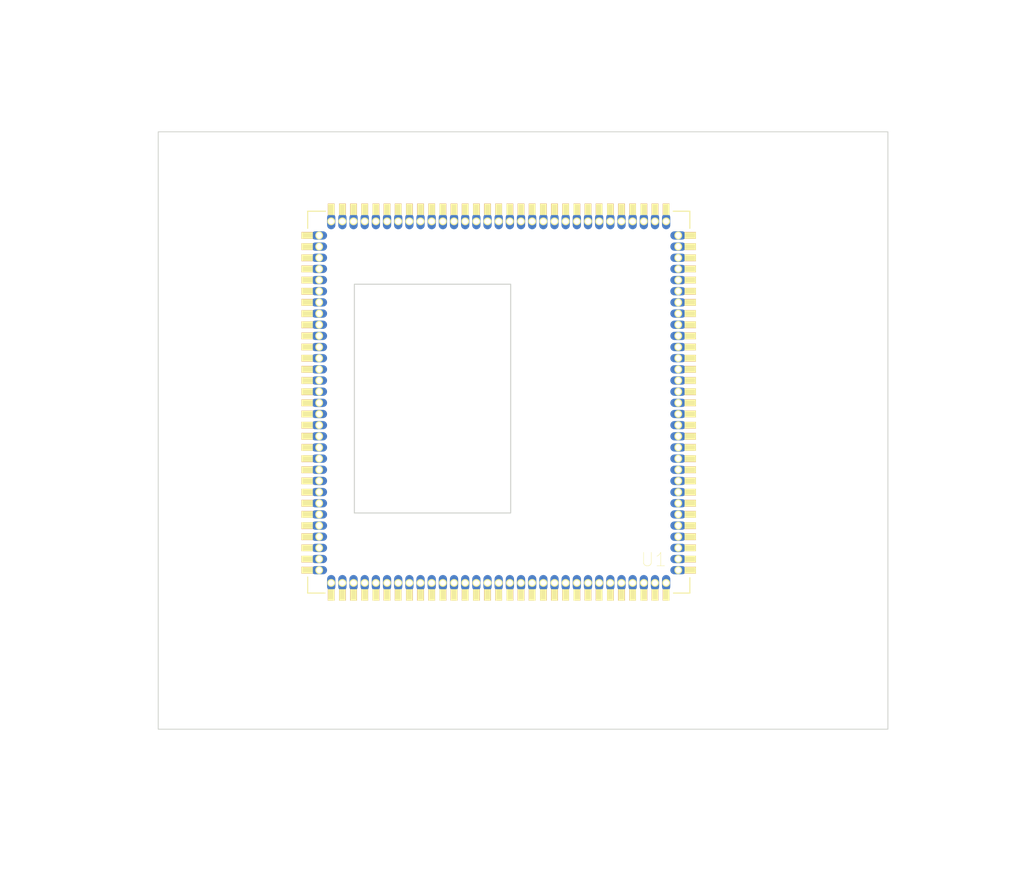
<source format=kicad_pcb>
(kicad_pcb (version 20211014) (generator pcbnew)
  (layers (0 "F.Cu" signal) (31 "B.Cu" signal) (34 "B.Paste" user) (35 "F.Paste" user) (36 "B.SilkS" user "B.Silkscreen") (37 "F.SilkS" user "F.Silkscreen") (38 "B.Mask" user) (39 "F.Mask" user) (44 "Edge.Cuts" user))
  (net 0 "")
  (net 120 "GND")
  (footprint "ac608:Core-124pin" (layer "F.Cu") (at 129 99)
    (fp_text reference "U1" (at 39.37 -3.81) (layer "F.SilkS") (effects (font (size 1.524 1.524) (thickness 0.05))))
    (fp_text value "AC608" hide)
    (fp_rect (start 5.311 -9.116) (end 23.091 -35.151) (layer "Edge.Cuts") (width 0.12) (fill none))
    (pad "1" thru_hole circle (at 2.6785 -1.1563) (size 0.889 0.889) (drill 0.635) (layers *.Cu "F.SilkS" "F.Mask"))
    (pad "1" smd rect (at 2.6785 -0.619297 180) (size 0.5 0.5) (layers "F.Cu"))
    (pad "1" smd oval (at 2.6785 -1.1563 270) (size 1.8 0.9398) (layers "B.Cu" "B.Mask"))
    (pad "1" smd rect (at 2.6785 0.2135 180) (size 0.76 1.3) (layers "F.Cu" "F.Paste" "F.SilkS" "F.Mask"))
    (pad "2" smd rect (at 3.9485 0.2135 180) (size 0.76 1.3) (layers "F.Cu" "F.Paste" "F.SilkS" "F.Mask"))
    (pad "2" smd rect (at 3.9485 -0.619297 180) (size 0.5 0.5) (layers "F.Cu"))
    (pad "2" smd oval (at 3.9485 -1.1563 270) (size 1.8 0.9398) (layers "B.Cu" "B.Mask"))
    (pad "2" thru_hole circle (at 3.9485 -1.1563) (size 0.889 0.889) (drill 0.635) (layers *.Cu "F.SilkS" "F.Mask"))
    (pad "3" smd oval (at 5.2185 -1.1563 270) (size 1.8 0.9398) (layers "B.Cu" "B.Mask"))
    (pad "3" thru_hole circle (at 5.2185 -1.1563) (size 0.889 0.889) (drill 0.635) (layers *.Cu "F.SilkS" "F.Mask"))
    (pad "3" smd rect (at 5.2185 -0.619297 180) (size 0.5 0.5) (layers "F.Cu"))
    (pad "3" smd rect (at 5.2185 0.2135 180) (size 0.76 1.3) (layers "F.Cu" "F.Paste" "F.SilkS" "F.Mask"))
    (pad "4" smd oval (at 6.4885 -1.1563 270) (size 1.8 0.9398) (layers "B.Cu" "B.Mask"))
    (pad "4" thru_hole circle (at 6.4885 -1.1563) (size 0.889 0.889) (drill 0.635) (layers *.Cu "F.SilkS" "F.Mask"))
    (pad "4" smd rect (at 6.4885 -0.619297 180) (size 0.5 0.5) (layers "F.Cu"))
    (pad "4" smd rect (at 6.4885 0.2135 180) (size 0.76 1.3) (layers "F.Cu" "F.Paste" "F.SilkS" "F.Mask"))
    (pad "5" smd rect (at 7.7585 0.2135 180) (size 0.76 1.3) (layers "F.Cu" "F.Paste" "F.SilkS" "F.Mask"))
    (pad "5" smd oval (at 7.7585 -1.1563 270) (size 1.8 0.9398) (layers "B.Cu" "B.Mask"))
    (pad "5" thru_hole circle (at 7.7585 -1.1563) (size 0.889 0.889) (drill 0.635) (layers *.Cu "F.SilkS" "F.Mask"))
    (pad "5" smd rect (at 7.7585 -0.619297 180) (size 0.5 0.5) (layers "F.Cu"))
    (pad "6" thru_hole circle (at 9.0285 -1.1563) (size 0.889 0.889) (drill 0.635) (layers *.Cu "F.SilkS" "F.Mask"))
    (pad "6" smd rect (at 9.0285 -0.619297 180) (size 0.5 0.5) (layers "F.Cu"))
    (pad "6" smd rect (at 9.0285 0.2135 180) (size 0.76 1.3) (layers "F.Cu" "F.Paste" "F.SilkS" "F.Mask"))
    (pad "6" smd oval (at 9.0285 -1.1563 270) (size 1.8 0.9398) (layers "B.Cu" "B.Mask"))
    (pad "7" thru_hole circle (at 10.2985 -1.1563) (size 0.889 0.889) (drill 0.635) (layers *.Cu "F.SilkS" "F.Mask"))
    (pad "7" smd rect (at 10.2985 0.2135 180) (size 0.76 1.3) (layers "F.Cu" "F.Paste" "F.SilkS" "F.Mask"))
    (pad "7" smd rect (at 10.2985 -0.619297 180) (size 0.5 0.5) (layers "F.Cu"))
    (pad "7" smd oval (at 10.2985 -1.1563 270) (size 1.8 0.9398) (layers "B.Cu" "B.Mask"))
    (pad "8" smd rect (at 11.5685 -0.619297 180) (size 0.5 0.5) (layers "F.Cu"))
    (pad "8" smd oval (at 11.5685 -1.1563 270) (size 1.8 0.9398) (layers "B.Cu" "B.Mask"))
    (pad "8" smd rect (at 11.5685 0.2135 180) (size 0.76 1.3) (layers "F.Cu" "F.Paste" "F.SilkS" "F.Mask"))
    (pad "8" thru_hole circle (at 11.5685 -1.1563) (size 0.889 0.889) (drill 0.635) (layers *.Cu "F.SilkS" "F.Mask"))
    (pad "9" smd rect (at 12.8385 0.2135 180) (size 0.76 1.3) (layers "F.Cu" "F.Paste" "F.SilkS" "F.Mask"))
    (pad "9" smd rect (at 12.8385 -0.619297 180) (size 0.5 0.5) (layers "F.Cu"))
    (pad "9" smd oval (at 12.8385 -1.1563 270) (size 1.8 0.9398) (layers "B.Cu" "B.Mask"))
    (pad "9" thru_hole circle (at 12.8385 -1.1563) (size 0.889 0.889) (drill 0.635) (layers *.Cu "F.SilkS" "F.Mask"))
    (pad "10" thru_hole circle (at 14.1085 -1.1563) (size 0.889 0.889) (drill 0.635) (layers *.Cu "F.SilkS" "F.Mask"))
    (pad "10" smd oval (at 14.1085 -1.1563 270) (size 1.8 0.9398) (layers "B.Cu" "B.Mask"))
    (pad "10" smd rect (at 14.1085 -0.619297 180) (size 0.5 0.5) (layers "F.Cu"))
    (pad "10" smd rect (at 14.1085 0.2135 180) (size 0.76 1.3) (layers "F.Cu" "F.Paste" "F.SilkS" "F.Mask"))
    (pad "11" smd rect (at 15.3785 -0.619297 180) (size 0.5 0.5) (layers "F.Cu"))
    (pad "11" smd oval (at 15.3785 -1.1563 270) (size 1.8 0.9398) (layers "B.Cu" "B.Mask"))
    (pad "11" smd rect (at 15.3785 0.2135 180) (size 0.76 1.3) (layers "F.Cu" "F.Paste" "F.SilkS" "F.Mask"))
    (pad "11" thru_hole circle (at 15.3785 -1.1563) (size 0.889 0.889) (drill 0.635) (layers *.Cu "F.SilkS" "F.Mask"))
    (pad "12" smd rect (at 16.6485 0.2135 180) (size 0.76 1.3) (layers "F.Cu" "F.Paste" "F.SilkS" "F.Mask"))
    (pad "12" smd oval (at 16.6485 -1.1563 270) (size 1.8 0.9398) (layers "B.Cu" "B.Mask"))
    (pad "12" smd rect (at 16.6485 -0.619297 180) (size 0.5 0.5) (layers "F.Cu"))
    (pad "12" thru_hole circle (at 16.6485 -1.1563) (size 0.889 0.889) (drill 0.635) (layers *.Cu "F.SilkS" "F.Mask"))
    (pad "13" thru_hole circle (at 17.9185 -1.1563) (size 0.889 0.889) (drill 0.635) (layers *.Cu "F.SilkS" "F.Mask"))
    (pad "13" smd rect (at 17.9185 -0.619297 180) (size 0.5 0.5) (layers "F.Cu"))
    (pad "13" smd rect (at 17.9185 0.2135 180) (size 0.76 1.3) (layers "F.Cu" "F.Paste" "F.SilkS" "F.Mask"))
    (pad "13" smd oval (at 17.9185 -1.1563 270) (size 1.8 0.9398) (layers "B.Cu" "B.Mask"))
    (pad "14" thru_hole circle (at 19.1885 -1.1563) (size 0.889 0.889) (drill 0.635) (layers *.Cu "F.SilkS" "F.Mask"))
    (pad "14" smd rect (at 19.1885 0.2135 180) (size 0.76 1.3) (layers "F.Cu" "F.Paste" "F.SilkS" "F.Mask"))
    (pad "14" smd rect (at 19.1885 -0.619297 180) (size 0.5 0.5) (layers "F.Cu"))
    (pad "14" smd oval (at 19.1885 -1.1563 270) (size 1.8 0.9398) (layers "B.Cu" "B.Mask"))
    (pad "15" smd rect (at 20.4585 -0.619297 180) (size 0.5 0.5) (layers "F.Cu") (net 120 "GND"))
    (pad "15" thru_hole circle (at 20.4585 -1.1563) (size 0.889 0.889) (drill 0.635) (layers *.Cu "F.SilkS" "F.Mask") (net 120 "GND"))
    (pad "15" smd oval (at 20.4585 -1.1563 270) (size 1.8 0.9398) (layers "B.Cu" "B.Mask") (net 120 "GND"))
    (pad "15" smd rect (at 20.4585 0.2135 180) (size 0.76 1.3) (layers "F.Cu" "F.Paste" "F.SilkS" "F.Mask") (net 120 "GND"))
    (pad "16" smd rect (at 21.7285 0.2135 180) (size 0.76 1.3) (layers "F.Cu" "F.Paste" "F.SilkS" "F.Mask"))
    (pad "16" thru_hole circle (at 21.7285 -1.1563) (size 0.889 0.889) (drill 0.635) (layers *.Cu "F.SilkS" "F.Mask"))
    (pad "16" smd oval (at 21.7285 -1.1563 270) (size 1.8 0.9398) (layers "B.Cu" "B.Mask"))
    (pad "16" smd rect (at 21.7285 -0.619297 180) (size 0.5 0.5) (layers "F.Cu"))
    (pad "17" smd rect (at 22.9985 -0.619297 180) (size 0.5 0.5) (layers "F.Cu"))
    (pad "17" thru_hole circle (at 22.9985 -1.1563) (size 0.889 0.889) (drill 0.635) (layers *.Cu "F.SilkS" "F.Mask"))
    (pad "17" smd oval (at 22.9985 -1.1563 270) (size 1.8 0.9398) (layers "B.Cu" "B.Mask"))
    (pad "17" smd rect (at 22.9985 0.2135 180) (size 0.76 1.3) (layers "F.Cu" "F.Paste" "F.SilkS" "F.Mask"))
    (pad "18" smd oval (at 24.2685 -1.1563 270) (size 1.8 0.9398) (layers "B.Cu" "B.Mask"))
    (pad "18" smd rect (at 24.2685 0.2135 180) (size 0.76 1.3) (layers "F.Cu" "F.Paste" "F.SilkS" "F.Mask"))
    (pad "18" smd rect (at 24.2685 -0.619297 180) (size 0.5 0.5) (layers "F.Cu"))
    (pad "18" thru_hole circle (at 24.2685 -1.1563) (size 0.889 0.889) (drill 0.635) (layers *.Cu "F.SilkS" "F.Mask"))
    (pad "19" smd oval (at 25.5385 -1.1563 270) (size 1.8 0.9398) (layers "B.Cu" "B.Mask"))
    (pad "19" smd rect (at 25.5385 0.2135 180) (size 0.76 1.3) (layers "F.Cu" "F.Paste" "F.SilkS" "F.Mask"))
    (pad "19" smd rect (at 25.5385 -0.619297 180) (size 0.5 0.5) (layers "F.Cu"))
    (pad "19" thru_hole circle (at 25.5385 -1.1563) (size 0.889 0.889) (drill 0.635) (layers *.Cu "F.SilkS" "F.Mask"))
    (pad "20" smd rect (at 26.8085 0.2135 180) (size 0.76 1.3) (layers "F.Cu" "F.Paste" "F.SilkS" "F.Mask"))
    (pad "20" smd rect (at 26.8085 -0.619297 180) (size 0.5 0.5) (layers "F.Cu"))
    (pad "20" thru_hole circle (at 26.8085 -1.1563) (size 0.889 0.889) (drill 0.635) (layers *.Cu "F.SilkS" "F.Mask"))
    (pad "20" smd oval (at 26.8085 -1.1563 270) (size 1.8 0.9398) (layers "B.Cu" "B.Mask"))
    (pad "21" thru_hole circle (at 28.0785 -1.1563) (size 0.889 0.889) (drill 0.635) (layers *.Cu "F.SilkS" "F.Mask"))
    (pad "21" smd oval (at 28.0785 -1.1563 270) (size 1.8 0.9398) (layers "B.Cu" "B.Mask"))
    (pad "21" smd rect (at 28.0785 0.2135 180) (size 0.76 1.3) (layers "F.Cu" "F.Paste" "F.SilkS" "F.Mask"))
    (pad "21" smd rect (at 28.0785 -0.619297 180) (size 0.5 0.5) (layers "F.Cu"))
    (pad "22" smd oval (at 29.3485 -1.1563 270) (size 1.8 0.9398) (layers "B.Cu" "B.Mask"))
    (pad "22" smd rect (at 29.3485 0.2135 180) (size 0.76 1.3) (layers "F.Cu" "F.Paste" "F.SilkS" "F.Mask"))
    (pad "22" thru_hole circle (at 29.3485 -1.1563) (size 0.889 0.889) (drill 0.635) (layers *.Cu "F.SilkS" "F.Mask"))
    (pad "22" smd rect (at 29.3485 -0.619297 180) (size 0.5 0.5) (layers "F.Cu"))
    (pad "23" smd rect (at 30.6185 0.2135 180) (size 0.76 1.3) (layers "F.Cu" "F.Paste" "F.SilkS" "F.Mask"))
    (pad "23" smd oval (at 30.6185 -1.1563 270) (size 1.8 0.9398) (layers "B.Cu" "B.Mask"))
    (pad "23" thru_hole circle (at 30.6185 -1.1563) (size 0.889 0.889) (drill 0.635) (layers *.Cu "F.SilkS" "F.Mask"))
    (pad "23" smd rect (at 30.6185 -0.619297 180) (size 0.5 0.5) (layers "F.Cu"))
    (pad "24" smd oval (at 31.8885 -1.1563 270) (size 1.8 0.9398) (layers "B.Cu" "B.Mask"))
    (pad "24" thru_hole circle (at 31.8885 -1.1563) (size 0.889 0.889) (drill 0.635) (layers *.Cu "F.SilkS" "F.Mask"))
    (pad "24" smd rect (at 31.8885 -0.619297 180) (size 0.5 0.5) (layers "F.Cu"))
    (pad "24" smd rect (at 31.8885 0.2135 180) (size 0.76 1.3) (layers "F.Cu" "F.Paste" "F.SilkS" "F.Mask"))
    (pad "25" smd rect (at 33.1585 0.2135 180) (size 0.76 1.3) (layers "F.Cu" "F.Paste" "F.SilkS" "F.Mask"))
    (pad "25" thru_hole circle (at 33.1585 -1.1563) (size 0.889 0.889) (drill 0.635) (layers *.Cu "F.SilkS" "F.Mask"))
    (pad "25" smd rect (at 33.1585 -0.619297 180) (size 0.5 0.5) (layers "F.Cu"))
    (pad "25" smd oval (at 33.1585 -1.1563 270) (size 1.8 0.9398) (layers "B.Cu" "B.Mask"))
    (pad "26" smd oval (at 34.4285 -1.1563 270) (size 1.8 0.9398) (layers "B.Cu" "B.Mask"))
    (pad "26" smd rect (at 34.4285 0.2135 180) (size 0.76 1.3) (layers "F.Cu" "F.Paste" "F.SilkS" "F.Mask"))
    (pad "26" smd rect (at 34.4285 -0.619297 180) (size 0.5 0.5) (layers "F.Cu"))
    (pad "26" thru_hole circle (at 34.4285 -1.1563) (size 0.889 0.889) (drill 0.635) (layers *.Cu "F.SilkS" "F.Mask"))
    (pad "27" smd rect (at 35.6985 -0.619297 180) (size 0.5 0.5) (layers "F.Cu"))
    (pad "27" thru_hole circle (at 35.6985 -1.1563) (size 0.889 0.889) (drill 0.635) (layers *.Cu "F.SilkS" "F.Mask"))
    (pad "27" smd rect (at 35.6985 0.2135 180) (size 0.76 1.3) (layers "F.Cu" "F.Paste" "F.SilkS" "F.Mask"))
    (pad "27" smd oval (at 35.6985 -1.1563 270) (size 1.8 0.9398) (layers "B.Cu" "B.Mask"))
    (pad "28" smd rect (at 36.9685 0.2135 180) (size 0.76 1.3) (layers "F.Cu" "F.Paste" "F.SilkS" "F.Mask"))
    (pad "28" thru_hole circle (at 36.9685 -1.1563) (size 0.889 0.889) (drill 0.635) (layers *.Cu "F.SilkS" "F.Mask"))
    (pad "28" smd rect (at 36.9685 -0.619297 180) (size 0.5 0.5) (layers "F.Cu"))
    (pad "28" smd oval (at 36.9685 -1.1563 270) (size 1.8 0.9398) (layers "B.Cu" "B.Mask"))
    (pad "29" smd oval (at 38.2385 -1.1563 270) (size 1.8 0.9398) (layers "B.Cu" "B.Mask"))
    (pad "29" thru_hole circle (at 38.2385 -1.1563) (size 0.889 0.889) (drill 0.635) (layers *.Cu "F.SilkS" "F.Mask"))
    (pad "29" smd rect (at 38.2385 -0.619297 180) (size 0.5 0.5) (layers "F.Cu"))
    (pad "29" smd rect (at 38.2385 0.2135 180) (size 0.76 1.3) (layers "F.Cu" "F.Paste" "F.SilkS" "F.Mask"))
    (pad "30" smd rect (at 39.5085 0.2135 180) (size 0.76 1.3) (layers "F.Cu" "F.Paste" "F.SilkS" "F.Mask"))
    (pad "30" thru_hole circle (at 39.5085 -1.1563) (size 0.889 0.889) (drill 0.635) (layers *.Cu "F.SilkS" "F.Mask"))
    (pad "30" smd oval (at 39.5085 -1.1563 270) (size 1.8 0.9398) (layers "B.Cu" "B.Mask"))
    (pad "30" smd rect (at 39.5085 -0.619297 180) (size 0.5 0.5) (layers "F.Cu"))
    (pad "31" smd rect (at 40.7785 0.2135 180) (size 0.76 1.3) (layers "F.Cu" "F.Paste" "F.SilkS" "F.Mask"))
    (pad "31" smd rect (at 40.7785 -0.619297 180) (size 0.5 0.5) (layers "F.Cu"))
    (pad "31" smd oval (at 40.7785 -1.1563 270) (size 1.8 0.9398) (layers "B.Cu" "B.Mask"))
    (pad "31" thru_hole circle (at 40.7785 -1.1563) (size 0.889 0.889) (drill 0.635) (layers *.Cu "F.SilkS" "F.Mask"))
    (pad "32" smd rect (at 42.689703 -2.6011 270) (size 0.5 0.5) (layers "F.Cu"))
    (pad "32" thru_hole circle (at 42.1527 -2.6011 90) (size 0.889 0.889) (drill 0.635) (layers *.Cu "F.SilkS" "F.Mask"))
    (pad "32" smd oval (at 42.1527 -2.6011) (size 1.8 0.9398) (layers "B.Cu" "B.Mask"))
    (pad "32" smd rect (at 43.5225 -2.6011 270) (size 0.76 1.3) (layers "F.Cu" "F.Paste" "F.SilkS" "F.Mask"))
    (pad "33" thru_hole circle (at 42.1527 -3.8711 90) (size 0.889 0.889) (drill 0.635) (layers *.Cu "F.SilkS" "F.Mask"))
    (pad "33" smd rect (at 43.5225 -3.8711 270) (size 0.76 1.3) (layers "F.Cu" "F.Paste" "F.SilkS" "F.Mask"))
    (pad "33" smd oval (at 42.1527 -3.8711) (size 1.8 0.9398) (layers "B.Cu" "B.Mask"))
    (pad "33" smd rect (at 42.689703 -3.8711 270) (size 0.5 0.5) (layers "F.Cu"))
    (pad "34" smd rect (at 42.689703 -5.1411 270) (size 0.5 0.5) (layers "F.Cu"))
    (pad "34" smd oval (at 42.1527 -5.1411) (size 1.8 0.9398) (layers "B.Cu" "B.Mask"))
    (pad "34" thru_hole circle (at 42.1527 -5.1411 90) (size 0.889 0.889) (drill 0.635) (layers *.Cu "F.SilkS" "F.Mask"))
    (pad "34" smd rect (at 43.5225 -5.1411 270) (size 0.76 1.3) (layers "F.Cu" "F.Paste" "F.SilkS" "F.Mask"))
    (pad "35" smd rect (at 42.689703 -6.4111 270) (size 0.5 0.5) (layers "F.Cu"))
    (pad "35" smd oval (at 42.1527 -6.4111) (size 1.8 0.9398) (layers "B.Cu" "B.Mask"))
    (pad "35" smd rect (at 43.5225 -6.4111 270) (size 0.76 1.3) (layers "F.Cu" "F.Paste" "F.SilkS" "F.Mask"))
    (pad "35" thru_hole circle (at 42.1527 -6.4111 90) (size 0.889 0.889) (drill 0.635) (layers *.Cu "F.SilkS" "F.Mask"))
    (pad "36" smd oval (at 42.1527 -7.6811) (size 1.8 0.9398) (layers "B.Cu" "B.Mask"))
    (pad "36" smd rect (at 43.5225 -7.6811 270) (size 0.76 1.3) (layers "F.Cu" "F.Paste" "F.SilkS" "F.Mask"))
    (pad "36" thru_hole circle (at 42.1527 -7.6811 90) (size 0.889 0.889) (drill 0.635) (layers *.Cu "F.SilkS" "F.Mask"))
    (pad "36" smd rect (at 42.689703 -7.6811 270) (size 0.5 0.5) (layers "F.Cu"))
    (pad "37" thru_hole circle (at 42.1527 -8.9511 90) (size 0.889 0.889) (drill 0.635) (layers *.Cu "F.SilkS" "F.Mask"))
    (pad "37" smd rect (at 43.5225 -8.9511 270) (size 0.76 1.3) (layers "F.Cu" "F.Paste" "F.SilkS" "F.Mask"))
    (pad "37" smd oval (at 42.1527 -8.9511) (size 1.8 0.9398) (layers "B.Cu" "B.Mask"))
    (pad "37" smd rect (at 42.689703 -8.9511 270) (size 0.5 0.5) (layers "F.Cu"))
    (pad "38" smd oval (at 42.1527 -10.2211) (size 1.8 0.9398) (layers "B.Cu" "B.Mask"))
    (pad "38" smd rect (at 43.5225 -10.2211 270) (size 0.76 1.3) (layers "F.Cu" "F.Paste" "F.SilkS" "F.Mask"))
    (pad "38" smd rect (at 42.689703 -10.2211 270) (size 0.5 0.5) (layers "F.Cu"))
    (pad "38" thru_hole circle (at 42.1527 -10.2211 90) (size 0.889 0.889) (drill 0.635) (layers *.Cu "F.SilkS" "F.Mask"))
    (pad "39" smd oval (at 42.1527 -11.4911) (size 1.8 0.9398) (layers "B.Cu" "B.Mask"))
    (pad "39" smd rect (at 42.689703 -11.4911 270) (size 0.5 0.5) (layers "F.Cu"))
    (pad "39" thru_hole circle (at 42.1527 -11.4911 90) (size 0.889 0.889) (drill 0.635) (layers *.Cu "F.SilkS" "F.Mask"))
    (pad "39" smd rect (at 43.5225 -11.4911 270) (size 0.76 1.3) (layers "F.Cu" "F.Paste" "F.SilkS" "F.Mask"))
    (pad "40" smd rect (at 43.5225 -12.7611 270) (size 0.76 1.3) (layers "F.Cu" "F.Paste" "F.SilkS" "F.Mask"))
    (pad "40" smd rect (at 42.689703 -12.7611 270) (size 0.5 0.5) (layers "F.Cu"))
    (pad "40" smd oval (at 42.1527 -12.7611) (size 1.8 0.9398) (layers "B.Cu" "B.Mask"))
    (pad "40" thru_hole circle (at 42.1527 -12.7611 90) (size 0.889 0.889) (drill 0.635) (layers *.Cu "F.SilkS" "F.Mask"))
    (pad "41" smd rect (at 42.689703 -14.0311 270) (size 0.5 0.5) (layers "F.Cu"))
    (pad "41" thru_hole circle (at 42.1527 -14.0311 90) (size 0.889 0.889) (drill 0.635) (layers *.Cu "F.SilkS" "F.Mask"))
    (pad "41" smd oval (at 42.1527 -14.0311) (size 1.8 0.9398) (layers "B.Cu" "B.Mask"))
    (pad "41" smd rect (at 43.5225 -14.0311 270) (size 0.76 1.3) (layers "F.Cu" "F.Paste" "F.SilkS" "F.Mask"))
    (pad "42" thru_hole circle (at 42.1527 -15.3011 90) (size 0.889 0.889) (drill 0.635) (layers *.Cu "F.SilkS" "F.Mask"))
    (pad "42" smd rect (at 43.5225 -15.3011 270) (size 0.76 1.3) (layers "F.Cu" "F.Paste" "F.SilkS" "F.Mask"))
    (pad "42" smd rect (at 42.689703 -15.3011 270) (size 0.5 0.5) (layers "F.Cu"))
    (pad "42" smd oval (at 42.1527 -15.3011) (size 1.8 0.9398) (layers "B.Cu" "B.Mask"))
    (pad "43" smd rect (at 42.689703 -16.5711 270) (size 0.5 0.5) (layers "F.Cu"))
    (pad "43" thru_hole circle (at 42.1527 -16.5711 90) (size 0.889 0.889) (drill 0.635) (layers *.Cu "F.SilkS" "F.Mask"))
    (pad "43" smd oval (at 42.1527 -16.5711) (size 1.8 0.9398) (layers "B.Cu" "B.Mask"))
    (pad "43" smd rect (at 43.5225 -16.5711 270) (size 0.76 1.3) (layers "F.Cu" "F.Paste" "F.SilkS" "F.Mask"))
    (pad "44" thru_hole circle (at 42.1527 -17.8411 90) (size 0.889 0.889) (drill 0.635) (layers *.Cu "F.SilkS" "F.Mask"))
    (pad "44" smd rect (at 42.689703 -17.8411 270) (size 0.5 0.5) (layers "F.Cu"))
    (pad "44" smd rect (at 43.5225 -17.8411 270) (size 0.76 1.3) (layers "F.Cu" "F.Paste" "F.SilkS" "F.Mask"))
    (pad "44" smd oval (at 42.1527 -17.8411) (size 1.8 0.9398) (layers "B.Cu" "B.Mask"))
    (pad "45" thru_hole circle (at 42.1527 -19.1111 90) (size 0.889 0.889) (drill 0.635) (layers *.Cu "F.SilkS" "F.Mask"))
    (pad "45" smd rect (at 43.5225 -19.1111 270) (size 0.76 1.3) (layers "F.Cu" "F.Paste" "F.SilkS" "F.Mask"))
    (pad "45" smd rect (at 42.689703 -19.1111 270) (size 0.5 0.5) (layers "F.Cu"))
    (pad "45" smd oval (at 42.1527 -19.1111) (size 1.8 0.9398) (layers "B.Cu" "B.Mask"))
    (pad "46" smd rect (at 43.5225 -20.3811 270) (size 0.76 1.3) (layers "F.Cu" "F.Paste" "F.SilkS" "F.Mask"))
    (pad "46" smd oval (at 42.1527 -20.3811) (size 1.8 0.9398) (layers "B.Cu" "B.Mask"))
    (pad "46" smd rect (at 42.689703 -20.3811 270) (size 0.5 0.5) (layers "F.Cu"))
    (pad "46" thru_hole circle (at 42.1527 -20.3811 90) (size 0.889 0.889) (drill 0.635) (layers *.Cu "F.SilkS" "F.Mask"))
    (pad "47" smd rect (at 43.5225 -21.6511 270) (size 0.76 1.3) (layers "F.Cu" "F.Paste" "F.SilkS" "F.Mask"))
    (pad "47" smd rect (at 42.689703 -21.6511 270) (size 0.5 0.5) (layers "F.Cu"))
    (pad "47" smd oval (at 42.1527 -21.6511) (size 1.8 0.9398) (layers "B.Cu" "B.Mask"))
    (pad "47" thru_hole circle (at 42.1527 -21.6511 90) (size 0.889 0.889) (drill 0.635) (layers *.Cu "F.SilkS" "F.Mask"))
    (pad "48" smd rect (at 42.689703 -22.9211 270) (size 0.5 0.5) (layers "F.Cu"))
    (pad "48" smd oval (at 42.1527 -22.9211) (size 1.8 0.9398) (layers "B.Cu" "B.Mask"))
    (pad "48" thru_hole circle (at 42.1527 -22.9211 90) (size 0.889 0.889) (drill 0.635) (layers *.Cu "F.SilkS" "F.Mask"))
    (pad "48" smd rect (at 43.5225 -22.9211 270) (size 0.76 1.3) (layers "F.Cu" "F.Paste" "F.SilkS" "F.Mask"))
    (pad "49" smd oval (at 42.1527 -24.1911) (size 1.8 0.9398) (layers "B.Cu" "B.Mask") (net 120 "GND"))
    (pad "49" smd rect (at 42.689703 -24.1911 270) (size 0.5 0.5) (layers "F.Cu") (net 120 "GND"))
    (pad "49" smd rect (at 43.5225 -24.1911 270) (size 0.76 1.3) (layers "F.Cu" "F.Paste" "F.SilkS" "F.Mask") (net 120 "GND"))
    (pad "49" thru_hole circle (at 42.1527 -24.1911 90) (size 0.889 0.889) (drill 0.635) (layers *.Cu "F.SilkS" "F.Mask") (net 120 "GND"))
    (pad "50" smd rect (at 43.5225 -25.4611 270) (size 0.76 1.3) (layers "F.Cu" "F.Paste" "F.SilkS" "F.Mask"))
    (pad "50" smd oval (at 42.1527 -25.4611) (size 1.8 0.9398) (layers "B.Cu" "B.Mask"))
    (pad "50" smd rect (at 42.689703 -25.4611 270) (size 0.5 0.5) (layers "F.Cu"))
    (pad "50" thru_hole circle (at 42.1527 -25.4611 90) (size 0.889 0.889) (drill 0.635) (layers *.Cu "F.SilkS" "F.Mask"))
    (pad "51" smd oval (at 42.1527 -26.7311) (size 1.8 0.9398) (layers "B.Cu" "B.Mask"))
    (pad "51" thru_hole circle (at 42.1527 -26.7311 90) (size 0.889 0.889) (drill 0.635) (layers *.Cu "F.SilkS" "F.Mask"))
    (pad "51" smd rect (at 43.5225 -26.7311 270) (size 0.76 1.3) (layers "F.Cu" "F.Paste" "F.SilkS" "F.Mask"))
    (pad "51" smd rect (at 42.689703 -26.7311 270) (size 0.5 0.5) (layers "F.Cu"))
    (pad "52" smd oval (at 42.1527 -28.0011) (size 1.8 0.9398) (layers "B.Cu" "B.Mask"))
    (pad "52" thru_hole circle (at 42.1527 -28.0011 90) (size 0.889 0.889) (drill 0.635) (layers *.Cu "F.SilkS" "F.Mask"))
    (pad "52" smd rect (at 43.5225 -28.0011 270) (size 0.76 1.3) (layers "F.Cu" "F.Paste" "F.SilkS" "F.Mask"))
    (pad "52" smd rect (at 42.689703 -28.0011 270) (size 0.5 0.5) (layers "F.Cu"))
    (pad "53" thru_hole circle (at 42.1527 -29.2711 90) (size 0.889 0.889) (drill 0.635) (layers *.Cu "F.SilkS" "F.Mask"))
    (pad "53" smd rect (at 42.689703 -29.2711 270) (size 0.5 0.5) (layers "F.Cu"))
    (pad "53" smd oval (at 42.1527 -29.2711) (size 1.8 0.9398) (layers "B.Cu" "B.Mask"))
    (pad "53" smd rect (at 43.5225 -29.2711 270) (size 0.76 1.3) (layers "F.Cu" "F.Paste" "F.SilkS" "F.Mask"))
    (pad "54" smd rect (at 43.5225 -30.5411 270) (size 0.76 1.3) (layers "F.Cu" "F.Paste" "F.SilkS" "F.Mask"))
    (pad "54" smd oval (at 42.1527 -30.5411) (size 1.8 0.9398) (layers "B.Cu" "B.Mask"))
    (pad "54" smd rect (at 42.689703 -30.5411 270) (size 0.5 0.5) (layers "F.Cu"))
    (pad "54" thru_hole circle (at 42.1527 -30.5411 90) (size 0.889 0.889) (drill 0.635) (layers *.Cu "F.SilkS" "F.Mask"))
    (pad "55" smd rect (at 43.5225 -31.8111 270) (size 0.76 1.3) (layers "F.Cu" "F.Paste" "F.SilkS" "F.Mask"))
    (pad "55" smd oval (at 42.1527 -31.8111) (size 1.8 0.9398) (layers "B.Cu" "B.Mask"))
    (pad "55" thru_hole circle (at 42.1527 -31.8111 90) (size 0.889 0.889) (drill 0.635) (layers *.Cu "F.SilkS" "F.Mask"))
    (pad "55" smd rect (at 42.689703 -31.8111 270) (size 0.5 0.5) (layers "F.Cu"))
    (pad "56" thru_hole circle (at 42.1527 -33.0811 90) (size 0.889 0.889) (drill 0.635) (layers *.Cu "F.SilkS" "F.Mask"))
    (pad "56" smd oval (at 42.1527 -33.0811) (size 1.8 0.9398) (layers "B.Cu" "B.Mask"))
    (pad "56" smd rect (at 42.689703 -33.0811 270) (size 0.5 0.5) (layers "F.Cu"))
    (pad "56" smd rect (at 43.5225 -33.0811 270) (size 0.76 1.3) (layers "F.Cu" "F.Paste" "F.SilkS" "F.Mask"))
    (pad "57" smd oval (at 42.1527 -34.3511) (size 1.8 0.9398) (layers "B.Cu" "B.Mask"))
    (pad "57" thru_hole circle (at 42.1527 -34.3511 90) (size 0.889 0.889) (drill 0.635) (layers *.Cu "F.SilkS" "F.Mask"))
    (pad "57" smd rect (at 43.5225 -34.3511 270) (size 0.76 1.3) (layers "F.Cu" "F.Paste" "F.SilkS" "F.Mask"))
    (pad "57" smd rect (at 42.689703 -34.3511 270) (size 0.5 0.5) (layers "F.Cu"))
    (pad "58" smd oval (at 42.1527 -35.6211) (size 1.8 0.9398) (layers "B.Cu" "B.Mask"))
    (pad "58" smd rect (at 42.689703 -35.6211 270) (size 0.5 0.5) (layers "F.Cu"))
    (pad "58" thru_hole circle (at 42.1527 -35.6211 90) (size 0.889 0.889) (drill 0.635) (layers *.Cu "F.SilkS" "F.Mask"))
    (pad "58" smd rect (at 43.5225 -35.6211 270) (size 0.76 1.3) (layers "F.Cu" "F.Paste" "F.SilkS" "F.Mask"))
    (pad "59" smd rect (at 43.5225 -36.8911 270) (size 0.76 1.3) (layers "F.Cu" "F.Paste" "F.SilkS" "F.Mask"))
    (pad "59" smd oval (at 42.1527 -36.8911) (size 1.8 0.9398) (layers "B.Cu" "B.Mask"))
    (pad "59" smd rect (at 42.689703 -36.8911 270) (size 0.5 0.5) (layers "F.Cu"))
    (pad "59" thru_hole circle (at 42.1527 -36.8911 90) (size 0.889 0.889) (drill 0.635) (layers *.Cu "F.SilkS" "F.Mask"))
    (pad "60" smd rect (at 43.5225 -38.1611 270) (size 0.76 1.3) (layers "F.Cu" "F.Paste" "F.SilkS" "F.Mask"))
    (pad "60" smd rect (at 42.689703 -38.1611 270) (size 0.5 0.5) (layers "F.Cu"))
    (pad "60" thru_hole circle (at 42.1527 -38.1611 90) (size 0.889 0.889) (drill 0.635) (layers *.Cu "F.SilkS" "F.Mask"))
    (pad "60" smd oval (at 42.1527 -38.1611) (size 1.8 0.9398) (layers "B.Cu" "B.Mask"))
    (pad "61" smd rect (at 42.689703 -39.4311 270) (size 0.5 0.5) (layers "F.Cu"))
    (pad "61" smd oval (at 42.1527 -39.4311) (size 1.8 0.9398) (layers "B.Cu" "B.Mask"))
    (pad "61" thru_hole circle (at 42.1527 -39.4311 90) (size 0.889 0.889) (drill 0.635) (layers *.Cu "F.SilkS" "F.Mask"))
    (pad "61" smd rect (at 43.5225 -39.4311 270) (size 0.76 1.3) (layers "F.Cu" "F.Paste" "F.SilkS" "F.Mask"))
    (pad "62" smd oval (at 42.1527 -40.7011) (size 1.8 0.9398) (layers "B.Cu" "B.Mask"))
    (pad "62" thru_hole circle (at 42.1527 -40.7011 90) (size 0.889 0.889) (drill 0.635) (layers *.Cu "F.SilkS" "F.Mask"))
    (pad "62" smd rect (at 42.689703 -40.7011 270) (size 0.5 0.5) (layers "F.Cu"))
    (pad "62" smd rect (at 43.5225 -40.7011 270) (size 0.76 1.3) (layers "F.Cu" "F.Paste" "F.SilkS" "F.Mask"))
    (pad "63" smd rect (at 40.7785 -43.6739) (size 0.76 1.3) (layers "F.Cu" "F.Paste" "F.SilkS" "F.Mask"))
    (pad "63" smd oval (at 40.7785 -42.3041 90) (size 1.8 0.9398) (layers "B.Cu" "B.Mask"))
    (pad "63" smd rect (at 40.7785 -42.841103) (size 0.5 0.5) (layers "F.Cu"))
    (pad "63" thru_hole circle (at 40.7785 -42.3041 180) (size 0.889 0.889) (drill 0.635) (layers *.Cu "F.SilkS" "F.Mask"))
    (pad "64" smd rect (at 39.5085 -42.841103) (size 0.5 0.5) (layers "F.Cu"))
    (pad "64" smd rect (at 39.5085 -43.6739) (size 0.76 1.3) (layers "F.Cu" "F.Paste" "F.SilkS" "F.Mask"))
    (pad "64" thru_hole circle (at 39.5085 -42.3041 180) (size 0.889 0.889) (drill 0.635) (layers *.Cu "F.SilkS" "F.Mask"))
    (pad "64" smd oval (at 39.5085 -42.3041 90) (size 1.8 0.9398) (layers "B.Cu" "B.Mask"))
    (pad "65" thru_hole circle (at 38.2385 -42.3041 180) (size 0.889 0.889) (drill 0.635) (layers *.Cu "F.SilkS" "F.Mask"))
    (pad "65" smd rect (at 38.2385 -42.841103) (size 0.5 0.5) (layers "F.Cu"))
    (pad "65" smd oval (at 38.2385 -42.3041 90) (size 1.8 0.9398) (layers "B.Cu" "B.Mask"))
    (pad "65" smd rect (at 38.2385 -43.6739) (size 0.76 1.3) (layers "F.Cu" "F.Paste" "F.SilkS" "F.Mask"))
    (pad "66" smd rect (at 36.9685 -42.841103) (size 0.5 0.5) (layers "F.Cu"))
    (pad "66" smd rect (at 36.9685 -43.6739) (size 0.76 1.3) (layers "F.Cu" "F.Paste" "F.SilkS" "F.Mask"))
    (pad "66" thru_hole circle (at 36.9685 -42.3041 180) (size 0.889 0.889) (drill 0.635) (layers *.Cu "F.SilkS" "F.Mask"))
    (pad "66" smd oval (at 36.9685 -42.3041 90) (size 1.8 0.9398) (layers "B.Cu" "B.Mask"))
    (pad "67" smd rect (at 35.6985 -42.841103) (size 0.5 0.5) (layers "F.Cu"))
    (pad "67" smd oval (at 35.6985 -42.3041 90) (size 1.8 0.9398) (layers "B.Cu" "B.Mask"))
    (pad "67" thru_hole circle (at 35.6985 -42.3041 180) (size 0.889 0.889) (drill 0.635) (layers *.Cu "F.SilkS" "F.Mask"))
    (pad "67" smd rect (at 35.6985 -43.6739) (size 0.76 1.3) (layers "F.Cu" "F.Paste" "F.SilkS" "F.Mask"))
    (pad "68" thru_hole circle (at 34.4285 -42.3041 180) (size 0.889 0.889) (drill 0.635) (layers *.Cu "F.SilkS" "F.Mask"))
    (pad "68" smd oval (at 34.4285 -42.3041 90) (size 1.8 0.9398) (layers "B.Cu" "B.Mask"))
    (pad "68" smd rect (at 34.4285 -43.6739) (size 0.76 1.3) (layers "F.Cu" "F.Paste" "F.SilkS" "F.Mask"))
    (pad "68" smd rect (at 34.4285 -42.841103) (size 0.5 0.5) (layers "F.Cu"))
    (pad "69" smd rect (at 33.1585 -43.6739) (size 0.76 1.3) (layers "F.Cu" "F.Paste" "F.SilkS" "F.Mask"))
    (pad "69" smd rect (at 33.1585 -42.841103) (size 0.5 0.5) (layers "F.Cu"))
    (pad "69" thru_hole circle (at 33.1585 -42.3041 180) (size 0.889 0.889) (drill 0.635) (layers *.Cu "F.SilkS" "F.Mask"))
    (pad "69" smd oval (at 33.1585 -42.3041 90) (size 1.8 0.9398) (layers "B.Cu" "B.Mask"))
    (pad "70" smd oval (at 31.8885 -42.3041 90) (size 1.8 0.9398) (layers "B.Cu" "B.Mask"))
    (pad "70" thru_hole circle (at 31.8885 -42.3041 180) (size 0.889 0.889) (drill 0.635) (layers *.Cu "F.SilkS" "F.Mask"))
    (pad "70" smd rect (at 31.8885 -42.841103) (size 0.5 0.5) (layers "F.Cu"))
    (pad "70" smd rect (at 31.8885 -43.6739) (size 0.76 1.3) (layers "F.Cu" "F.Paste" "F.SilkS" "F.Mask"))
    (pad "71" thru_hole circle (at 30.6185 -42.3041 180) (size 0.889 0.889) (drill 0.635) (layers *.Cu "F.SilkS" "F.Mask"))
    (pad "71" smd oval (at 30.6185 -42.3041 90) (size 1.8 0.9398) (layers "B.Cu" "B.Mask"))
    (pad "71" smd rect (at 30.6185 -42.841103) (size 0.5 0.5) (layers "F.Cu"))
    (pad "71" smd rect (at 30.6185 -43.6739) (size 0.76 1.3) (layers "F.Cu" "F.Paste" "F.SilkS" "F.Mask"))
    (pad "72" smd rect (at 29.3485 -43.6739) (size 0.76 1.3) (layers "F.Cu" "F.Paste" "F.SilkS" "F.Mask"))
    (pad "72" thru_hole circle (at 29.3485 -42.3041 180) (size 0.889 0.889) (drill 0.635) (layers *.Cu "F.SilkS" "F.Mask"))
    (pad "72" smd oval (at 29.3485 -42.3041 90) (size 1.8 0.9398) (layers "B.Cu" "B.Mask"))
    (pad "72" smd rect (at 29.3485 -42.841103) (size 0.5 0.5) (layers "F.Cu"))
    (pad "73" smd rect (at 28.0785 -43.6739) (size 0.76 1.3) (layers "F.Cu" "F.Paste" "F.SilkS" "F.Mask") (net 120 "GND"))
    (pad "73" smd oval (at 28.0785 -42.3041 90) (size 1.8 0.9398) (layers "B.Cu" "B.Mask") (net 120 "GND"))
    (pad "73" thru_hole circle (at 28.0785 -42.3041 180) (size 0.889 0.889) (drill 0.635) (layers *.Cu "F.SilkS" "F.Mask") (net 120 "GND"))
    (pad "73" smd rect (at 28.0785 -42.841103) (size 0.5 0.5) (layers "F.Cu") (net 120 "GND"))
    (pad "74" smd oval (at 26.8085 -42.3041 90) (size 1.8 0.9398) (layers "B.Cu" "B.Mask"))
    (pad "74" smd rect (at 26.8085 -43.6739) (size 0.76 1.3) (layers "F.Cu" "F.Paste" "F.SilkS" "F.Mask"))
    (pad "74" thru_hole circle (at 26.8085 -42.3041 180) (size 0.889 0.889) (drill 0.635) (layers *.Cu "F.SilkS" "F.Mask"))
    (pad "74" smd rect (at 26.8085 -42.841103) (size 0.5 0.5) (layers "F.Cu"))
    (pad "75" thru_hole circle (at 25.5385 -42.3041 180) (size 0.889 0.889) (drill 0.635) (layers *.Cu "F.SilkS" "F.Mask"))
    (pad "75" smd rect (at 25.5385 -42.841103) (size 0.5 0.5) (layers "F.Cu"))
    (pad "75" smd rect (at 25.5385 -43.6739) (size 0.76 1.3) (layers "F.Cu" "F.Paste" "F.SilkS" "F.Mask"))
    (pad "75" smd oval (at 25.5385 -42.3041 90) (size 1.8 0.9398) (layers "B.Cu" "B.Mask"))
    (pad "76" smd rect (at 24.2685 -43.6739) (size 0.76 1.3) (layers "F.Cu" "F.Paste" "F.SilkS" "F.Mask"))
    (pad "76" thru_hole circle (at 24.2685 -42.3041 180) (size 0.889 0.889) (drill 0.635) (layers *.Cu "F.SilkS" "F.Mask"))
    (pad "76" smd rect (at 24.2685 -42.841103) (size 0.5 0.5) (layers "F.Cu"))
    (pad "76" smd oval (at 24.2685 -42.3041 90) (size 1.8 0.9398) (layers "B.Cu" "B.Mask"))
    (pad "77" smd rect (at 22.9985 -43.6739) (size 0.76 1.3) (layers "F.Cu" "F.Paste" "F.SilkS" "F.Mask"))
    (pad "77" thru_hole circle (at 22.9985 -42.3041 180) (size 0.889 0.889) (drill 0.635) (layers *.Cu "F.SilkS" "F.Mask"))
    (pad "77" smd oval (at 22.9985 -42.3041 90) (size 1.8 0.9398) (layers "B.Cu" "B.Mask"))
    (pad "77" smd rect (at 22.9985 -42.841103) (size 0.5 0.5) (layers "F.Cu"))
    (pad "78" thru_hole circle (at 21.7285 -42.3041 180) (size 0.889 0.889) (drill 0.635) (layers *.Cu "F.SilkS" "F.Mask"))
    (pad "78" smd rect (at 21.7285 -42.841103) (size 0.5 0.5) (layers "F.Cu"))
    (pad "78" smd oval (at 21.7285 -42.3041 90) (size 1.8 0.9398) (layers "B.Cu" "B.Mask"))
    (pad "78" smd rect (at 21.7285 -43.6739) (size 0.76 1.3) (layers "F.Cu" "F.Paste" "F.SilkS" "F.Mask"))
    (pad "79" smd rect (at 20.4585 -43.6739) (size 0.76 1.3) (layers "F.Cu" "F.Paste" "F.SilkS" "F.Mask") (net 120 "GND"))
    (pad "79" thru_hole circle (at 20.4585 -42.3041 180) (size 0.889 0.889) (drill 0.635) (layers *.Cu "F.SilkS" "F.Mask") (net 120 "GND"))
    (pad "79" smd rect (at 20.4585 -42.841103) (size 0.5 0.5) (layers "F.Cu") (net 120 "GND"))
    (pad "79" smd oval (at 20.4585 -42.3041 90) (size 1.8 0.9398) (layers "B.Cu" "B.Mask") (net 120 "GND"))
    (pad "80" thru_hole circle (at 19.1885 -42.3041 180) (size 0.889 0.889) (drill 0.635) (layers *.Cu "F.SilkS" "F.Mask"))
    (pad "80" smd oval (at 19.1885 -42.3041 90) (size 1.8 0.9398) (layers "B.Cu" "B.Mask"))
    (pad "80" smd rect (at 19.1885 -43.6739) (size 0.76 1.3) (layers "F.Cu" "F.Paste" "F.SilkS" "F.Mask"))
    (pad "80" smd rect (at 19.1885 -42.841103) (size 0.5 0.5) (layers "F.Cu"))
    (pad "81" thru_hole circle (at 17.9185 -42.3041 180) (size 0.889 0.889) (drill 0.635) (layers *.Cu "F.SilkS" "F.Mask"))
    (pad "81" smd rect (at 17.9185 -42.841103) (size 0.5 0.5) (layers "F.Cu"))
    (pad "81" smd rect (at 17.9185 -43.6739) (size 0.76 1.3) (layers "F.Cu" "F.Paste" "F.SilkS" "F.Mask"))
    (pad "81" smd oval (at 17.9185 -42.3041 90) (size 1.8 0.9398) (layers "B.Cu" "B.Mask"))
    (pad "82" smd rect (at 16.6485 -42.841103) (size 0.5 0.5) (layers "F.Cu"))
    (pad "82" smd rect (at 16.6485 -43.6739) (size 0.76 1.3) (layers "F.Cu" "F.Paste" "F.SilkS" "F.Mask"))
    (pad "82" smd oval (at 16.6485 -42.3041 90) (size 1.8 0.9398) (layers "B.Cu" "B.Mask"))
    (pad "82" thru_hole circle (at 16.6485 -42.3041 180) (size 0.889 0.889) (drill 0.635) (layers *.Cu "F.SilkS" "F.Mask"))
    (pad "83" thru_hole circle (at 15.3785 -42.3041 180) (size 0.889 0.889) (drill 0.635) (layers *.Cu "F.SilkS" "F.Mask"))
    (pad "83" smd oval (at 15.3785 -42.3041 90) (size 1.8 0.9398) (layers "B.Cu" "B.Mask"))
    (pad "83" smd rect (at 15.3785 -42.841103) (size 0.5 0.5) (layers "F.Cu"))
    (pad "83" smd rect (at 15.3785 -43.6739) (size 0.76 1.3) (layers "F.Cu" "F.Paste" "F.SilkS" "F.Mask"))
    (pad "84" smd oval (at 14.1085 -42.3041 90) (size 1.8 0.9398) (layers "B.Cu" "B.Mask"))
    (pad "84" thru_hole circle (at 14.1085 -42.3041 180) (size 0.889 0.889) (drill 0.635) (layers *.Cu "F.SilkS" "F.Mask"))
    (pad "84" smd rect (at 14.1085 -42.841103) (size 0.5 0.5) (layers "F.Cu"))
    (pad "84" smd rect (at 14.1085 -43.6739) (size 0.76 1.3) (layers "F.Cu" "F.Paste" "F.SilkS" "F.Mask"))
    (pad "85" smd rect (at 12.8385 -42.841103) (size 0.5 0.5) (layers "F.Cu"))
    (pad "85" smd rect (at 12.8385 -43.6739) (size 0.76 1.3) (layers "F.Cu" "F.Paste" "F.SilkS" "F.Mask"))
    (pad "85" thru_hole circle (at 12.8385 -42.3041 180) (size 0.889 0.889) (drill 0.635) (layers *.Cu "F.SilkS" "F.Mask"))
    (pad "85" smd oval (at 12.8385 -42.3041 90) (size 1.8 0.9398) (layers "B.Cu" "B.Mask"))
    (pad "86" smd rect (at 11.5685 -43.6739) (size 0.76 1.3) (layers "F.Cu" "F.Paste" "F.SilkS" "F.Mask"))
    (pad "86" smd rect (at 11.5685 -42.841103) (size 0.5 0.5) (layers "F.Cu"))
    (pad "86" thru_hole circle (at 11.5685 -42.3041 180) (size 0.889 0.889) (drill 0.635) (layers *.Cu "F.SilkS" "F.Mask"))
    (pad "86" smd oval (at 11.5685 -42.3041 90) (size 1.8 0.9398) (layers "B.Cu" "B.Mask"))
    (pad "87" thru_hole circle (at 10.2985 -42.3041 180) (size 0.889 0.889) (drill 0.635) (layers *.Cu "F.SilkS" "F.Mask"))
    (pad "87" smd oval (at 10.2985 -42.3041 90) (size 1.8 0.9398) (layers "B.Cu" "B.Mask"))
    (pad "87" smd rect (at 10.2985 -43.6739) (size 0.76 1.3) (layers "F.Cu" "F.Paste" "F.SilkS" "F.Mask"))
    (pad "87" smd rect (at 10.2985 -42.841103) (size 0.5 0.5) (layers "F.Cu"))
    (pad "88" smd rect (at 9.0285 -42.841103) (size 0.5 0.5) (layers "F.Cu"))
    (pad "88" smd rect (at 9.0285 -43.6739) (size 0.76 1.3) (layers "F.Cu" "F.Paste" "F.SilkS" "F.Mask"))
    (pad "88" thru_hole circle (at 9.0285 -42.3041 180) (size 0.889 0.889) (drill 0.635) (layers *.Cu "F.SilkS" "F.Mask"))
    (pad "88" smd oval (at 9.0285 -42.3041 90) (size 1.8 0.9398) (layers "B.Cu" "B.Mask"))
    (pad "89" smd oval (at 7.7585 -42.3041 90) (size 1.8 0.9398) (layers "B.Cu" "B.Mask"))
    (pad "89" smd rect (at 7.7585 -43.6739) (size 0.76 1.3) (layers "F.Cu" "F.Paste" "F.SilkS" "F.Mask"))
    (pad "89" smd rect (at 7.7585 -42.841103) (size 0.5 0.5) (layers "F.Cu"))
    (pad "89" thru_hole circle (at 7.7585 -42.3041 180) (size 0.889 0.889) (drill 0.635) (layers *.Cu "F.SilkS" "F.Mask"))
    (pad "90" smd rect (at 6.4885 -43.6739) (size 0.76 1.3) (layers "F.Cu" "F.Paste" "F.SilkS" "F.Mask"))
    (pad "90" smd oval (at 6.4885 -42.3041 90) (size 1.8 0.9398) (layers "B.Cu" "B.Mask"))
    (pad "90" smd rect (at 6.4885 -42.841103) (size 0.5 0.5) (layers "F.Cu"))
    (pad "90" thru_hole circle (at 6.4885 -42.3041 180) (size 0.889 0.889) (drill 0.635) (layers *.Cu "F.SilkS" "F.Mask"))
    (pad "91" thru_hole circle (at 5.2185 -42.3041 180) (size 0.889 0.889) (drill 0.635) (layers *.Cu "F.SilkS" "F.Mask"))
    (pad "91" smd rect (at 5.2185 -42.841103) (size 0.5 0.5) (layers "F.Cu"))
    (pad "91" smd oval (at 5.2185 -42.3041 90) (size 1.8 0.9398) (layers "B.Cu" "B.Mask"))
    (pad "91" smd rect (at 5.2185 -43.6739) (size 0.76 1.3) (layers "F.Cu" "F.Paste" "F.SilkS" "F.Mask"))
    (pad "92" smd oval (at 3.9485 -42.3041 90) (size 1.8 0.9398) (layers "B.Cu" "B.Mask"))
    (pad "92" thru_hole circle (at 3.9485 -42.3041 180) (size 0.889 0.889) (drill 0.635) (layers *.Cu "F.SilkS" "F.Mask"))
    (pad "92" smd rect (at 3.9485 -43.6739) (size 0.76 1.3) (layers "F.Cu" "F.Paste" "F.SilkS" "F.Mask"))
    (pad "92" smd rect (at 3.9485 -42.841103) (size 0.5 0.5) (layers "F.Cu"))
    (pad "93" smd rect (at 2.6785 -42.841103) (size 0.5 0.5) (layers "F.Cu"))
    (pad "93" smd oval (at 2.6785 -42.3041 90) (size 1.8 0.9398) (layers "B.Cu" "B.Mask"))
    (pad "93" thru_hole circle (at 2.6785 -42.3041 180) (size 0.889 0.889) (drill 0.635) (layers *.Cu "F.SilkS" "F.Mask"))
    (pad "93" smd rect (at 2.6785 -43.6739) (size 0.76 1.3) (layers "F.Cu" "F.Paste" "F.SilkS" "F.Mask"))
    (pad "94" thru_hole circle (at 1.3069 -40.7011 270) (size 0.889 0.889) (drill 0.635) (layers *.Cu "F.SilkS" "F.Mask"))
    (pad "94" smd oval (at 1.3069 -40.7011 180) (size 1.8 0.9398) (layers "B.Cu" "B.Mask"))
    (pad "94" smd rect (at 0.769897 -40.7011 90) (size 0.5 0.5) (layers "F.Cu"))
    (pad "94" smd rect (at -0.0629 -40.7011 90) (size 0.76 1.3) (layers "F.Cu" "F.Paste" "F.SilkS" "F.Mask"))
    (pad "95" smd rect (at 0.769897 -39.4311 90) (size 0.5 0.5) (layers "F.Cu"))
    (pad "95" smd rect (at -0.0629 -39.4311 90) (size 0.76 1.3) (layers "F.Cu" "F.Paste" "F.SilkS" "F.Mask"))
    (pad "95" thru_hole circle (at 1.3069 -39.4311 270) (size 0.889 0.889) (drill 0.635) (layers *.Cu "F.SilkS" "F.Mask"))
    (pad "95" smd oval (at 1.3069 -39.4311 180) (size 1.8 0.9398) (layers "B.Cu" "B.Mask"))
    (pad "96" smd rect (at 0.769897 -38.1611 90) (size 0.5 0.5) (layers "F.Cu"))
    (pad "96" thru_hole circle (at 1.3069 -38.1611 270) (size 0.889 0.889) (drill 0.635) (layers *.Cu "F.SilkS" "F.Mask"))
    (pad "96" smd rect (at -0.0629 -38.1611 90) (size 0.76 1.3) (layers "F.Cu" "F.Paste" "F.SilkS" "F.Mask"))
    (pad "96" smd oval (at 1.3069 -38.1611 180) (size 1.8 0.9398) (layers "B.Cu" "B.Mask"))
    (pad "97" thru_hole circle (at 1.3069 -36.8911 270) (size 0.889 0.889) (drill 0.635) (layers *.Cu "F.SilkS" "F.Mask"))
    (pad "97" smd rect (at -0.0629 -36.8911 90) (size 0.76 1.3) (layers "F.Cu" "F.Paste" "F.SilkS" "F.Mask"))
    (pad "97" smd oval (at 1.3069 -36.8911 180) (size 1.8 0.9398) (layers "B.Cu" "B.Mask"))
    (pad "97" smd rect (at 0.769897 -36.8911 90) (size 0.5 0.5) (layers "F.Cu"))
    (pad "98" smd oval (at 1.3069 -35.6211 180) (size 1.8 0.9398) (layers "B.Cu" "B.Mask"))
    (pad "98" smd rect (at -0.0629 -35.6211 90) (size 0.76 1.3) (layers "F.Cu" "F.Paste" "F.SilkS" "F.Mask"))
    (pad "98" smd rect (at 0.769897 -35.6211 90) (size 0.5 0.5) (layers "F.Cu"))
    (pad "98" thru_hole circle (at 1.3069 -35.6211 270) (size 0.889 0.889) (drill 0.635) (layers *.Cu "F.SilkS" "F.Mask"))
    (pad "99" smd oval (at 1.3069 -34.3511 180) (size 1.8 0.9398) (layers "B.Cu" "B.Mask"))
    (pad "99" smd rect (at 0.769897 -34.3511 90) (size 0.5 0.5) (layers "F.Cu"))
    (pad "99" thru_hole circle (at 1.3069 -34.3511 270) (size 0.889 0.889) (drill 0.635) (layers *.Cu "F.SilkS" "F.Mask"))
    (pad "99" smd rect (at -0.0629 -34.3511 90) (size 0.76 1.3) (layers "F.Cu" "F.Paste" "F.SilkS" "F.Mask"))
    (pad "100" smd rect (at 0.769897 -33.0811 90) (size 0.5 0.5) (layers "F.Cu"))
    (pad "100" smd oval (at 1.3069 -33.0811 180) (size 1.8 0.9398) (layers "B.Cu" "B.Mask"))
    (pad "100" smd rect (at -0.0629 -33.0811 90) (size 0.76 1.3) (layers "F.Cu" "F.Paste" "F.SilkS" "F.Mask"))
    (pad "100" thru_hole circle (at 1.3069 -33.0811 270) (size 0.889 0.889) (drill 0.635) (layers *.Cu "F.SilkS" "F.Mask"))
    (pad "101" smd rect (at -0.0629 -31.8111 90) (size 0.76 1.3) (layers "F.Cu" "F.Paste" "F.SilkS" "F.Mask"))
    (pad "101" smd rect (at 0.769897 -31.8111 90) (size 0.5 0.5) (layers "F.Cu"))
    (pad "101" thru_hole circle (at 1.3069 -31.8111 270) (size 0.889 0.889) (drill 0.635) (layers *.Cu "F.SilkS" "F.Mask"))
    (pad "101" smd oval (at 1.3069 -31.8111 180) (size 1.8 0.9398) (layers "B.Cu" "B.Mask"))
    (pad "102" smd rect (at -0.0629 -30.5411 90) (size 0.76 1.3) (layers "F.Cu" "F.Paste" "F.SilkS" "F.Mask"))
    (pad "102" thru_hole circle (at 1.3069 -30.5411 270) (size 0.889 0.889) (drill 0.635) (layers *.Cu "F.SilkS" "F.Mask"))
    (pad "102" smd oval (at 1.3069 -30.5411 180) (size 1.8 0.9398) (layers "B.Cu" "B.Mask"))
    (pad "102" smd rect (at 0.769897 -30.5411 90) (size 0.5 0.5) (layers "F.Cu"))
    (pad "103" smd rect (at 0.769897 -29.2711 90) (size 0.5 0.5) (layers "F.Cu"))
    (pad "103" smd rect (at -0.0629 -29.2711 90) (size 0.76 1.3) (layers "F.Cu" "F.Paste" "F.SilkS" "F.Mask"))
    (pad "103" thru_hole circle (at 1.3069 -29.2711 270) (size 0.889 0.889) (drill 0.635) (layers *.Cu "F.SilkS" "F.Mask"))
    (pad "103" smd oval (at 1.3069 -29.2711 180) (size 1.8 0.9398) (layers "B.Cu" "B.Mask"))
    (pad "104" smd oval (at 1.3069 -28.0011 180) (size 1.8 0.9398) (layers "B.Cu" "B.Mask"))
    (pad "104" smd rect (at 0.769897 -28.0011 90) (size 0.5 0.5) (layers "F.Cu"))
    (pad "104" smd rect (at -0.0629 -28.0011 90) (size 0.76 1.3) (layers "F.Cu" "F.Paste" "F.SilkS" "F.Mask"))
    (pad "104" thru_hole circle (at 1.3069 -28.0011 270) (size 0.889 0.889) (drill 0.635) (layers *.Cu "F.SilkS" "F.Mask"))
    (pad "105" thru_hole circle (at 1.3069 -26.7311 270) (size 0.889 0.889) (drill 0.635) (layers *.Cu "F.SilkS" "F.Mask"))
    (pad "105" smd rect (at 0.769897 -26.7311 90) (size 0.5 0.5) (layers "F.Cu"))
    (pad "105" smd oval (at 1.3069 -26.7311 180) (size 1.8 0.9398) (layers "B.Cu" "B.Mask"))
    (pad "105" smd rect (at -0.0629 -26.7311 90) (size 0.76 1.3) (layers "F.Cu" "F.Paste" "F.SilkS" "F.Mask"))
    (pad "106" smd rect (at 0.769897 -25.4611 90) (size 0.5 0.5) (layers "F.Cu"))
    (pad "106" smd rect (at -0.0629 -25.4611 90) (size 0.76 1.3) (layers "F.Cu" "F.Paste" "F.SilkS" "F.Mask"))
    (pad "106" thru_hole circle (at 1.3069 -25.4611 270) (size 0.889 0.889) (drill 0.635) (layers *.Cu "F.SilkS" "F.Mask"))
    (pad "106" smd oval (at 1.3069 -25.4611 180) (size 1.8 0.9398) (layers "B.Cu" "B.Mask"))
    (pad "107" smd oval (at 1.3069 -24.1911 180) (size 1.8 0.9398) (layers "B.Cu" "B.Mask") (net 120 "GND"))
    (pad "107" smd rect (at 0.769897 -24.1911 90) (size 0.5 0.5) (layers "F.Cu") (net 120 "GND"))
    (pad "107" smd rect (at -0.0629 -24.1911 90) (size 0.76 1.3) (layers "F.Cu" "F.Paste" "F.SilkS" "F.Mask") (net 120 "GND"))
    (pad "107" thru_hole circle (at 1.3069 -24.1911 270) (size 0.889 0.889) (drill 0.635) (layers *.Cu "F.SilkS" "F.Mask") (net 120 "GND"))
    (pad "108" smd rect (at -0.0629 -22.9211 90) (size 0.76 1.3) (layers "F.Cu" "F.Paste" "F.SilkS" "F.Mask"))
    (pad "108" thru_hole circle (at 1.3069 -22.9211 270) (size 0.889 0.889) (drill 0.635) (layers *.Cu "F.SilkS" "F.Mask"))
    (pad "108" smd oval (at 1.3069 -22.9211 180) (size 1.8 0.9398) (layers "B.Cu" "B.Mask"))
    (pad "108" smd rect (at 0.769897 -22.9211 90) (size 0.5 0.5) (layers "F.Cu"))
    (pad "109" smd rect (at -0.0629 -21.6511 90) (size 0.76 1.3) (layers "F.Cu" "F.Paste" "F.SilkS" "F.Mask"))
    (pad "109" smd oval (at 1.3069 -21.6511 180) (size 1.8 0.9398) (layers "B.Cu" "B.Mask"))
    (pad "109" smd rect (at 0.769897 -21.6511 90) (size 0.5 0.5) (layers "F.Cu"))
    (pad "109" thru_hole circle (at 1.3069 -21.6511 270) (size 0.889 0.889) (drill 0.635) (layers *.Cu "F.SilkS" "F.Mask"))
    (pad "110" smd oval (at 1.3069 -20.3811 180) (size 1.8 0.9398) (layers "B.Cu" "B.Mask"))
    (pad "110" thru_hole circle (at 1.3069 -20.3811 270) (size 0.889 0.889) (drill 0.635) (layers *.Cu "F.SilkS" "F.Mask"))
    (pad "110" smd rect (at 0.769897 -20.3811 90) (size 0.5 0.5) (layers "F.Cu"))
    (pad "110" smd rect (at -0.0629 -20.3811 90) (size 0.76 1.3) (layers "F.Cu" "F.Paste" "F.SilkS" "F.Mask"))
    (pad "111" smd oval (at 1.3069 -19.1111 180) (size 1.8 0.9398) (layers "B.Cu" "B.Mask"))
    (pad "111" smd rect (at -0.0629 -19.1111 90) (size 0.76 1.3) (layers "F.Cu" "F.Paste" "F.SilkS" "F.Mask"))
    (pad "111" smd rect (at 0.769897 -19.1111 90) (size 0.5 0.5) (layers "F.Cu"))
    (pad "111" thru_hole circle (at 1.3069 -19.1111 270) (size 0.889 0.889) (drill 0.635) (layers *.Cu "F.SilkS" "F.Mask"))
    (pad "112" thru_hole circle (at 1.3069 -17.8411 270) (size 0.889 0.889) (drill 0.635) (layers *.Cu "F.SilkS" "F.Mask"))
    (pad "112" smd rect (at 0.769897 -17.8411 90) (size 0.5 0.5) (layers "F.Cu"))
    (pad "112" smd oval (at 1.3069 -17.8411 180) (size 1.8 0.9398) (layers "B.Cu" "B.Mask"))
    (pad "112" smd rect (at -0.0629 -17.8411 90) (size 0.76 1.3) (layers "F.Cu" "F.Paste" "F.SilkS" "F.Mask"))
    (pad "113" smd rect (at 0.769897 -16.5711 90) (size 0.5 0.5) (layers "F.Cu"))
    (pad "113" thru_hole circle (at 1.3069 -16.5711 270) (size 0.889 0.889) (drill 0.635) (layers *.Cu "F.SilkS" "F.Mask"))
    (pad "113" smd rect (at -0.0629 -16.5711 90) (size 0.76 1.3) (layers "F.Cu" "F.Paste" "F.SilkS" "F.Mask"))
    (pad "113" smd oval (at 1.3069 -16.5711 180) (size 1.8 0.9398) (layers "B.Cu" "B.Mask"))
    (pad "114" smd rect (at 0.769897 -15.3011 90) (size 0.5 0.5) (layers "F.Cu"))
    (pad "114" smd rect (at -0.0629 -15.3011 90) (size 0.76 1.3) (layers "F.Cu" "F.Paste" "F.SilkS" "F.Mask"))
    (pad "114" thru_hole circle (at 1.3069 -15.3011 270) (size 0.889 0.889) (drill 0.635) (layers *.Cu "F.SilkS" "F.Mask"))
    (pad "114" smd oval (at 1.3069 -15.3011 180) (size 1.8 0.9398) (layers "B.Cu" "B.Mask"))
    (pad "115" smd rect (at -0.0629 -14.0311 90) (size 0.76 1.3) (layers "F.Cu" "F.Paste" "F.SilkS" "F.Mask"))
    (pad "115" thru_hole circle (at 1.3069 -14.0311 270) (size 0.889 0.889) (drill 0.635) (layers *.Cu "F.SilkS" "F.Mask"))
    (pad "115" smd rect (at 0.769897 -14.0311 90) (size 0.5 0.5) (layers "F.Cu"))
    (pad "115" smd oval (at 1.3069 -14.0311 180) (size 1.8 0.9398) (layers "B.Cu" "B.Mask"))
    (pad "116" smd rect (at -0.0629 -12.7611 90) (size 0.76 1.3) (layers "F.Cu" "F.Paste" "F.SilkS" "F.Mask"))
    (pad "116" smd rect (at 0.769897 -12.7611 90) (size 0.5 0.5) (layers "F.Cu"))
    (pad "116" smd oval (at 1.3069 -12.7611 180) (size 1.8 0.9398) (layers "B.Cu" "B.Mask"))
    (pad "116" thru_hole circle (at 1.3069 -12.7611 270) (size 0.889 0.889) (drill 0.635) (layers *.Cu "F.SilkS" "F.Mask"))
    (pad "117" smd oval (at 1.3069 -11.4911 180) (size 1.8 0.9398) (layers "B.Cu" "B.Mask"))
    (pad "117" thru_hole circle (at 1.3069 -11.4911 270) (size 0.889 0.889) (drill 0.635) (layers *.Cu "F.SilkS" "F.Mask"))
    (pad "117" smd rect (at 0.769897 -11.4911 90) (size 0.5 0.5) (layers "F.Cu"))
    (pad "117" smd rect (at -0.0629 -11.4911 90) (size 0.76 1.3) (layers "F.Cu" "F.Paste" "F.SilkS" "F.Mask"))
    (pad "118" smd oval (at 1.3069 -10.2211 180) (size 1.8 0.9398) (layers "B.Cu" "B.Mask"))
    (pad "118" smd rect (at -0.0629 -10.2211 90) (size 0.76 1.3) (layers "F.Cu" "F.Paste" "F.SilkS" "F.Mask"))
    (pad "118" thru_hole circle (at 1.3069 -10.2211 270) (size 0.889 0.889) (drill 0.635) (layers *.Cu "F.SilkS" "F.Mask"))
    (pad "118" smd rect (at 0.769897 -10.2211 90) (size 0.5 0.5) (layers "F.Cu"))
    (pad "119" smd rect (at -0.0629 -8.9511 90) (size 0.76 1.3) (layers "F.Cu" "F.Paste" "F.SilkS" "F.Mask"))
    (pad "119" thru_hole circle (at 1.3069 -8.9511 270) (size 0.889 0.889) (drill 0.635) (layers *.Cu "F.SilkS" "F.Mask"))
    (pad "119" smd oval (at 1.3069 -8.9511 180) (size 1.8 0.9398) (layers "B.Cu" "B.Mask"))
    (pad "119" smd rect (at 0.769897 -8.9511 90) (size 0.5 0.5) (layers "F.Cu"))
    (pad "120" smd rect (at -0.0629 -7.6811 90) (size 0.76 1.3) (layers "F.Cu" "F.Paste" "F.SilkS" "F.Mask"))
    (pad "120" smd oval (at 1.3069 -7.6811 180) (size 1.8 0.9398) (layers "B.Cu" "B.Mask"))
    (pad "120" smd rect (at 0.769897 -7.6811 90) (size 0.5 0.5) (layers "F.Cu"))
    (pad "120" thru_hole circle (at 1.3069 -7.6811 270) (size 0.889 0.889) (drill 0.635) (layers *.Cu "F.SilkS" "F.Mask"))
    (pad "121" smd rect (at 0.769897 -6.4111 90) (size 0.5 0.5) (layers "F.Cu"))
    (pad "121" smd rect (at -0.0629 -6.4111 90) (size 0.76 1.3) (layers "F.Cu" "F.Paste" "F.SilkS" "F.Mask"))
    (pad "121" smd oval (at 1.3069 -6.4111 180) (size 1.8 0.9398) (layers "B.Cu" "B.Mask"))
    (pad "121" thru_hole circle (at 1.3069 -6.4111 270) (size 0.889 0.889) (drill 0.635) (layers *.Cu "F.SilkS" "F.Mask"))
    (pad "122" smd rect (at 0.769897 -5.1411 90) (size 0.5 0.5) (layers "F.Cu"))
    (pad "122" smd oval (at 1.3069 -5.1411 180) (size 1.8 0.9398) (layers "B.Cu" "B.Mask"))
    (pad "122" smd rect (at -0.0629 -5.1411 90) (size 0.76 1.3) (layers "F.Cu" "F.Paste" "F.SilkS" "F.Mask"))
    (pad "122" thru_hole circle (at 1.3069 -5.1411 270) (size 0.889 0.889) (drill 0.635) (layers *.Cu "F.SilkS" "F.Mask"))
    (pad "123" smd rect (at -0.0629 -3.8711 90) (size 0.76 1.3) (layers "F.Cu" "F.Paste" "F.SilkS" "F.Mask"))
    (pad "123" thru_hole circle (at 1.3069 -3.8711 270) (size 0.889 0.889) (drill 0.635) (layers *.Cu "F.SilkS" "F.Mask"))
    (pad "123" smd rect (at 0.769897 -3.8711 90) (size 0.5 0.5) (layers "F.Cu"))
    (pad "123" smd oval (at 1.3069 -3.8711 180) (size 1.8 0.9398) (layers "B.Cu" "B.Mask"))
    (pad "124" smd rect (at 0.769897 -2.6011 90) (size 0.5 0.5) (layers "F.Cu"))
    (pad "124" smd oval (at 1.3069 -2.6011 180) (size 1.8 0.9398) (layers "B.Cu" "B.Mask"))
    (pad "124" thru_hole circle (at 1.3069 -2.6011 270) (size 0.889 0.889) (drill 0.635) (layers *.Cu "F.SilkS" "F.Mask"))
    (pad "124" smd rect (at -0.0629 -2.6011 90) (size 0.76 1.3) (layers "F.Cu" "F.Paste" "F.SilkS" "F.Mask"))
  )
  (gr_rect (start 195 46.5) (end 112 114.5) (layer "Edge.Cuts") (width 0.1) (fill none))
)
</source>
